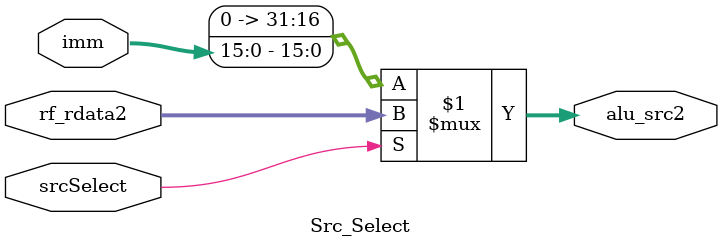
<source format=v>
`timescale 1ns / 1ps


module Src_Select(
    input srcSelect,
    input [31:0] rf_rdata2,
    input [15:0] imm,
    output [31:0] alu_src2
    );
    assign alu_src2 = srcSelect? rf_rdata2 : {{16'b0},imm};
endmodule

</source>
